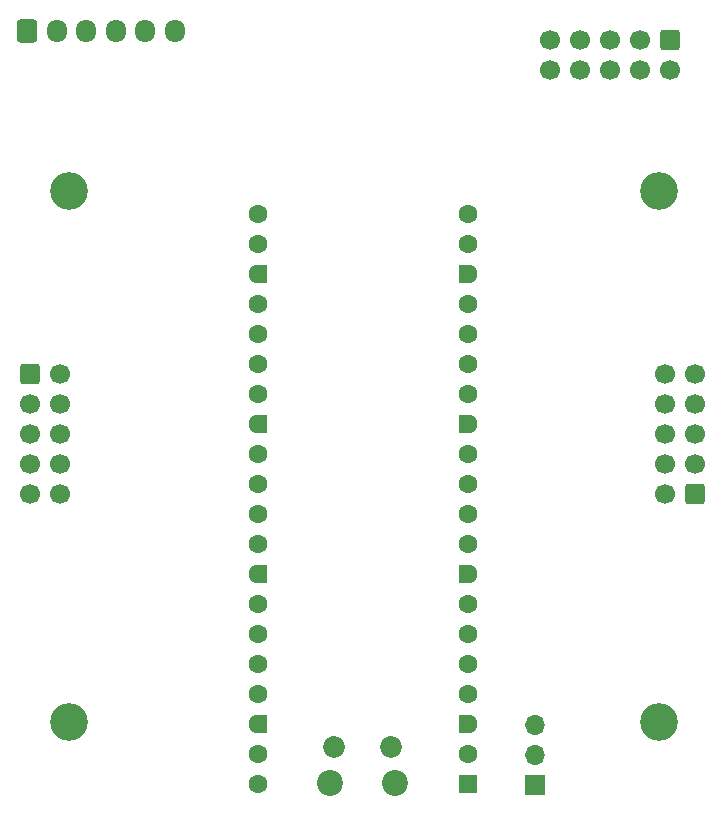
<source format=gbs>
G04 #@! TF.GenerationSoftware,KiCad,Pcbnew,8.0.5*
G04 #@! TF.CreationDate,2024-10-05T13:15:26+02:00*
G04 #@! TF.ProjectId,auxboard,61757862-6f61-4726-942e-6b696361645f,rev?*
G04 #@! TF.SameCoordinates,Original*
G04 #@! TF.FileFunction,Soldermask,Bot*
G04 #@! TF.FilePolarity,Negative*
%FSLAX46Y46*%
G04 Gerber Fmt 4.6, Leading zero omitted, Abs format (unit mm)*
G04 Created by KiCad (PCBNEW 8.0.5) date 2024-10-05 13:15:26*
%MOMM*%
%LPD*%
G01*
G04 APERTURE LIST*
G04 Aperture macros list*
%AMRoundRect*
0 Rectangle with rounded corners*
0 $1 Rounding radius*
0 $2 $3 $4 $5 $6 $7 $8 $9 X,Y pos of 4 corners*
0 Add a 4 corners polygon primitive as box body*
4,1,4,$2,$3,$4,$5,$6,$7,$8,$9,$2,$3,0*
0 Add four circle primitives for the rounded corners*
1,1,$1+$1,$2,$3*
1,1,$1+$1,$4,$5*
1,1,$1+$1,$6,$7*
1,1,$1+$1,$8,$9*
0 Add four rect primitives between the rounded corners*
20,1,$1+$1,$2,$3,$4,$5,0*
20,1,$1+$1,$4,$5,$6,$7,0*
20,1,$1+$1,$6,$7,$8,$9,0*
20,1,$1+$1,$8,$9,$2,$3,0*%
%AMFreePoly0*
4,1,28,0.605014,0.794986,0.644504,0.794986,0.724698,0.756366,0.780194,0.686777,0.800000,0.600000,0.800000,-0.600000,0.780194,-0.686777,0.724698,-0.756366,0.644504,-0.794986,0.605014,-0.794986,0.600000,-0.800000,0.000000,-0.800000,-0.178017,-0.779942,-0.347107,-0.720775,-0.498792,-0.625465,-0.625465,-0.498792,-0.720775,-0.347107,-0.779942,-0.178017,-0.800000,0.000000,-0.779942,0.178017,
-0.720775,0.347107,-0.625465,0.498792,-0.498792,0.625465,-0.347107,0.720775,-0.178017,0.779942,0.000000,0.800000,0.600000,0.800000,0.605014,0.794986,0.605014,0.794986,$1*%
%AMFreePoly1*
4,1,28,0.178017,0.779942,0.347107,0.720775,0.498792,0.625465,0.625465,0.498792,0.720775,0.347107,0.779942,0.178017,0.800000,0.000000,0.779942,-0.178017,0.720775,-0.347107,0.625465,-0.498792,0.498792,-0.625465,0.347107,-0.720775,0.178017,-0.779942,0.000000,-0.800000,-0.600000,-0.800000,-0.605014,-0.794986,-0.644504,-0.794986,-0.724698,-0.756366,-0.780194,-0.686777,-0.800000,-0.600000,
-0.800000,0.600000,-0.780194,0.686777,-0.724698,0.756366,-0.644504,0.794986,-0.605014,0.794986,-0.600000,0.800000,0.000000,0.800000,0.178017,0.779942,0.178017,0.779942,$1*%
G04 Aperture macros list end*
%ADD10C,3.200000*%
%ADD11RoundRect,0.250000X-0.600000X0.600000X-0.600000X-0.600000X0.600000X-0.600000X0.600000X0.600000X0*%
%ADD12C,1.700000*%
%ADD13RoundRect,0.250000X-0.600000X-0.600000X0.600000X-0.600000X0.600000X0.600000X-0.600000X0.600000X0*%
%ADD14RoundRect,0.250000X-0.600000X-0.725000X0.600000X-0.725000X0.600000X0.725000X-0.600000X0.725000X0*%
%ADD15O,1.700000X1.950000*%
%ADD16RoundRect,0.250000X0.600000X0.600000X-0.600000X0.600000X-0.600000X-0.600000X0.600000X-0.600000X0*%
%ADD17C,2.200000*%
%ADD18C,1.850000*%
%ADD19RoundRect,0.200000X0.600000X0.600000X-0.600000X0.600000X-0.600000X-0.600000X0.600000X-0.600000X0*%
%ADD20C,1.600000*%
%ADD21FreePoly0,180.000000*%
%ADD22FreePoly1,180.000000*%
%ADD23R,1.700000X1.700000*%
%ADD24O,1.700000X1.700000*%
G04 APERTURE END LIST*
D10*
X157500000Y-67500000D03*
D11*
X158410000Y-54750000D03*
D12*
X158410000Y-57290000D03*
X155870000Y-54750000D03*
X155870000Y-57290000D03*
X153330000Y-54750000D03*
X153330000Y-57290000D03*
X150790000Y-54750000D03*
X150790000Y-57290000D03*
X148250000Y-54750000D03*
X148250000Y-57290000D03*
D10*
X107500000Y-67500000D03*
D13*
X104210000Y-83000000D03*
D12*
X106750000Y-83000000D03*
X104210000Y-85540000D03*
X106750000Y-85540000D03*
X104210000Y-88080000D03*
X106750000Y-88080000D03*
X104210000Y-90620000D03*
X106750000Y-90620000D03*
X104210000Y-93160000D03*
X106750000Y-93160000D03*
D10*
X107500000Y-112500000D03*
X157500000Y-112500000D03*
D14*
X104000000Y-54000000D03*
D15*
X106500000Y-54000000D03*
X109000000Y-54000000D03*
X111500000Y-54000000D03*
X114000000Y-54000000D03*
X116500000Y-54000000D03*
D16*
X160540000Y-93160000D03*
D12*
X158000000Y-93160000D03*
X160540000Y-90620000D03*
X158000000Y-90620000D03*
X160540000Y-88080000D03*
X158000000Y-88080000D03*
X160540000Y-85540000D03*
X158000000Y-85540000D03*
X160540000Y-83000000D03*
X158000000Y-83000000D03*
D17*
X135115000Y-117630000D03*
D18*
X134815000Y-114600000D03*
X129965000Y-114600000D03*
D17*
X129665000Y-117630000D03*
D19*
X141280000Y-117760000D03*
D20*
X141280000Y-115220000D03*
D21*
X141280000Y-112680000D03*
D20*
X141280000Y-110140000D03*
X141280000Y-107600000D03*
X141280000Y-105060000D03*
X141280000Y-102520000D03*
D21*
X141280000Y-99980000D03*
D20*
X141280000Y-97440000D03*
X141280000Y-94900000D03*
X141280000Y-92360000D03*
X141280000Y-89820000D03*
D21*
X141280000Y-87280000D03*
D20*
X141280000Y-84740000D03*
X141280000Y-82200000D03*
X141280000Y-79660000D03*
X141280000Y-77120000D03*
D21*
X141280000Y-74580000D03*
D20*
X141280000Y-72040000D03*
X141280000Y-69500000D03*
X123500000Y-69500000D03*
X123500000Y-72040000D03*
D22*
X123500000Y-74580000D03*
D20*
X123500000Y-77120000D03*
X123500000Y-79660000D03*
X123500000Y-82200000D03*
X123500000Y-84740000D03*
D22*
X123500000Y-87280000D03*
D20*
X123500000Y-89820000D03*
X123500000Y-92360000D03*
X123500000Y-94900000D03*
X123500000Y-97440000D03*
D22*
X123500000Y-99980000D03*
D20*
X123500000Y-102520000D03*
X123500000Y-105060000D03*
X123500000Y-107600000D03*
X123500000Y-110140000D03*
D22*
X123500000Y-112680000D03*
D20*
X123500000Y-115220000D03*
X123500000Y-117760000D03*
D23*
X147000000Y-117830000D03*
D24*
X147000000Y-115290000D03*
X147000000Y-112750000D03*
M02*

</source>
